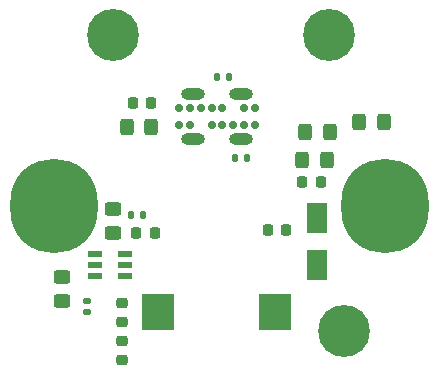
<source format=gbr>
%TF.GenerationSoftware,KiCad,Pcbnew,(6.0.10)*%
%TF.CreationDate,2023-09-05T22:10:59+02:00*%
%TF.ProjectId,Pump PCB,50756d70-2050-4434-922e-6b696361645f,rev?*%
%TF.SameCoordinates,Original*%
%TF.FileFunction,Soldermask,Top*%
%TF.FilePolarity,Negative*%
%FSLAX46Y46*%
G04 Gerber Fmt 4.6, Leading zero omitted, Abs format (unit mm)*
G04 Created by KiCad (PCBNEW (6.0.10)) date 2023-09-05 22:10:59*
%MOMM*%
%LPD*%
G01*
G04 APERTURE LIST*
G04 Aperture macros list*
%AMRoundRect*
0 Rectangle with rounded corners*
0 $1 Rounding radius*
0 $2 $3 $4 $5 $6 $7 $8 $9 X,Y pos of 4 corners*
0 Add a 4 corners polygon primitive as box body*
4,1,4,$2,$3,$4,$5,$6,$7,$8,$9,$2,$3,0*
0 Add four circle primitives for the rounded corners*
1,1,$1+$1,$2,$3*
1,1,$1+$1,$4,$5*
1,1,$1+$1,$6,$7*
1,1,$1+$1,$8,$9*
0 Add four rect primitives between the rounded corners*
20,1,$1+$1,$2,$3,$4,$5,0*
20,1,$1+$1,$4,$5,$6,$7,0*
20,1,$1+$1,$6,$7,$8,$9,0*
20,1,$1+$1,$8,$9,$2,$3,0*%
G04 Aperture macros list end*
%ADD10RoundRect,0.249999X0.325001X0.450001X-0.325001X0.450001X-0.325001X-0.450001X0.325001X-0.450001X0*%
%ADD11RoundRect,0.249999X-0.325001X-0.450001X0.325001X-0.450001X0.325001X0.450001X-0.325001X0.450001X0*%
%ADD12RoundRect,0.218750X0.218750X0.256250X-0.218750X0.256250X-0.218750X-0.256250X0.218750X-0.256250X0*%
%ADD13RoundRect,0.218750X-0.256250X0.218750X-0.256250X-0.218750X0.256250X-0.218750X0.256250X0.218750X0*%
%ADD14RoundRect,0.218750X-0.218750X-0.256250X0.218750X-0.256250X0.218750X0.256250X-0.218750X0.256250X0*%
%ADD15R,1.800000X2.500000*%
%ADD16C,4.400000*%
%ADD17O,7.400000X8.000000*%
%ADD18R,1.150000X0.600000*%
%ADD19R,2.800000X3.050000*%
%ADD20RoundRect,0.147500X-0.172500X0.147500X-0.172500X-0.147500X0.172500X-0.147500X0.172500X0.147500X0*%
%ADD21RoundRect,0.147500X-0.147500X-0.172500X0.147500X-0.172500X0.147500X0.172500X-0.147500X0.172500X0*%
%ADD22RoundRect,0.249999X0.450001X-0.325001X0.450001X0.325001X-0.450001X0.325001X-0.450001X-0.325001X0*%
%ADD23RoundRect,0.249999X-0.450001X0.325001X-0.450001X-0.325001X0.450001X-0.325001X0.450001X0.325001X0*%
%ADD24RoundRect,0.218750X0.256250X-0.218750X0.256250X0.218750X-0.256250X0.218750X-0.256250X-0.218750X0*%
%ADD25RoundRect,0.147500X0.147500X0.172500X-0.147500X0.172500X-0.147500X-0.172500X0.147500X-0.172500X0*%
%ADD26C,0.700000*%
%ADD27O,2.000000X1.000000*%
G04 APERTURE END LIST*
D10*
%TO.C,C2*%
X121403000Y-50292000D03*
X123453000Y-50292000D03*
%TD*%
D11*
%TO.C,C3*%
X136516000Y-50750000D03*
X138566000Y-50750000D03*
%TD*%
%TO.C,C4*%
X141088000Y-49911000D03*
X143138000Y-49911000D03*
%TD*%
D12*
%TO.C,C7*%
X121890500Y-48292000D03*
X123465500Y-48292000D03*
%TD*%
D13*
%TO.C,C10*%
X121000000Y-65212500D03*
X121000000Y-66787500D03*
%TD*%
D11*
%TO.C,C12*%
X136262000Y-53086000D03*
X138312000Y-53086000D03*
%TD*%
D14*
%TO.C,C13*%
X136245500Y-54991000D03*
X137820500Y-54991000D03*
%TD*%
D15*
%TO.C,D1*%
X137541000Y-58000000D03*
X137541000Y-62000000D03*
%TD*%
D16*
%TO.C,H1*%
X138557000Y-42500000D03*
%TD*%
%TO.C,H2*%
X120269000Y-42500000D03*
%TD*%
%TO.C,H3*%
X139827000Y-67564000D03*
%TD*%
D17*
%TO.C,H5*%
X143250000Y-57000000D03*
%TD*%
%TO.C,H6*%
X115250000Y-57000000D03*
%TD*%
D18*
%TO.C,IC1*%
X121250000Y-62950000D03*
X121250000Y-62000000D03*
X121250000Y-61050000D03*
X118750000Y-61050000D03*
X118750000Y-62000000D03*
X118750000Y-62950000D03*
%TD*%
D19*
%TO.C,L1*%
X124050000Y-66000000D03*
X133950000Y-66000000D03*
%TD*%
D20*
%TO.C,R1*%
X118000000Y-65030000D03*
X118000000Y-66000000D03*
%TD*%
D14*
%TO.C,R4*%
X122212500Y-59250000D03*
X123787500Y-59250000D03*
%TD*%
D21*
%TO.C,R5*%
X121765000Y-57750000D03*
X122735000Y-57750000D03*
%TD*%
D22*
%TO.C,C11*%
X120269000Y-59318000D03*
X120269000Y-57268000D03*
%TD*%
D23*
%TO.C,C9*%
X115951000Y-62983000D03*
X115951000Y-65033000D03*
%TD*%
D12*
%TO.C,C5*%
X134899500Y-59000000D03*
X133324500Y-59000000D03*
%TD*%
D24*
%TO.C,C1*%
X121000000Y-70037500D03*
X121000000Y-68462500D03*
%TD*%
D25*
%TO.C,R6*%
X129055000Y-46116000D03*
X130025000Y-46116000D03*
%TD*%
D21*
%TO.C,R7*%
X131549000Y-52974000D03*
X130579000Y-52974000D03*
%TD*%
D26*
%TO.C,J1*%
X125782000Y-48718000D03*
X126732000Y-48718000D03*
X127682000Y-48718000D03*
X128582000Y-48718000D03*
X129482000Y-48718000D03*
X131332000Y-48718000D03*
X132282000Y-48718000D03*
X132282000Y-50118000D03*
X131332000Y-50118000D03*
X130382000Y-50118000D03*
X129482000Y-50118000D03*
X128582000Y-50118000D03*
X126732000Y-50118000D03*
X125782000Y-50118000D03*
D27*
X131032000Y-47488000D03*
X127032000Y-47488000D03*
X131032000Y-51348000D03*
X127032000Y-51348000D03*
%TD*%
M02*

</source>
